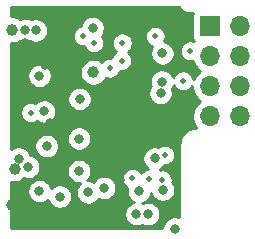
<source format=gbr>
%TF.GenerationSoftware,KiCad,Pcbnew,5.1.9*%
%TF.CreationDate,2021-01-18T13:43:30+01:00*%
%TF.ProjectId,wi-se-rpi,77692d73-652d-4727-9069-2e6b69636164,v0.1*%
%TF.SameCoordinates,Original*%
%TF.FileFunction,Copper,L3,Inr*%
%TF.FilePolarity,Positive*%
%FSLAX46Y46*%
G04 Gerber Fmt 4.6, Leading zero omitted, Abs format (unit mm)*
G04 Created by KiCad (PCBNEW 5.1.9) date 2021-01-18 13:43:30*
%MOMM*%
%LPD*%
G01*
G04 APERTURE LIST*
%TA.AperFunction,ComponentPad*%
%ADD10R,1.700000X1.700000*%
%TD*%
%TA.AperFunction,ComponentPad*%
%ADD11O,1.700000X1.700000*%
%TD*%
%TA.AperFunction,ViaPad*%
%ADD12C,0.800000*%
%TD*%
%TA.AperFunction,ViaPad*%
%ADD13C,1.000000*%
%TD*%
%TA.AperFunction,ViaPad*%
%ADD14C,0.500000*%
%TD*%
%TA.AperFunction,Conductor*%
%ADD15C,0.254000*%
%TD*%
%TA.AperFunction,Conductor*%
%ADD16C,0.100000*%
%TD*%
G04 APERTURE END LIST*
D10*
%TO.N,Net-(J1-Pad1)*%
%TO.C,J1*%
X90750000Y1750000D03*
D11*
%TO.N,VCC*%
X93290000Y1750000D03*
%TO.N,DTR*%
X90750000Y-790000D03*
%TO.N,GND*%
X93290000Y-790000D03*
%TO.N,RTS*%
X90750000Y-3330000D03*
%TO.N,RXD*%
X93290000Y-3330000D03*
%TO.N,GND*%
X90750000Y-5870000D03*
%TO.N,TXD*%
X93290000Y-5870000D03*
%TD*%
D12*
%TO.N,VCC*%
X86750002Y-550000D03*
D13*
%TO.N,GND*%
X80900000Y-2150000D03*
D12*
X79750000Y-4400000D03*
X76964668Y-8385332D03*
D13*
X74250000Y-10300000D03*
X74050000Y1450000D03*
D12*
X75150000Y1450000D03*
X76050000Y1400000D03*
X80856598Y1625742D03*
X86714711Y-2922596D03*
X85550000Y-14149999D03*
X74600000Y-9450000D03*
X76350000Y-12200000D03*
X78073775Y-12673775D03*
X80470000Y-12320000D03*
X84790000Y-12210000D03*
D13*
%TO.N,+3V3*%
X74025000Y-13400000D03*
D12*
X77200000Y-6450000D03*
X77150000Y-10100000D03*
D13*
X74400000Y-500000D03*
D12*
X76800000Y-1500000D03*
X74900000Y-1550000D03*
X75100000Y350000D03*
D14*
X83339712Y-11239712D03*
D12*
X84299989Y-8100000D03*
X74650000Y-12750000D03*
%TO.N,GND*%
X76340000Y-2440000D03*
%TO.N,BOOT0*%
X79700000Y-7750000D03*
X81833867Y-11922064D03*
D14*
%TO.N,RST*%
X75600000Y-5550000D03*
%TO.N,LED_WIFI*%
X86150002Y906318D03*
X80050002Y951787D03*
%TO.N,Net-(D1-Pad1)*%
X89105407Y-322189D03*
%TO.N,Net-(D2-Pad1)*%
X88500000Y-2850000D03*
%TO.N,LED_STATUS*%
X83374265Y343749D03*
X80950000Y350000D03*
D12*
%TO.N,Net-(D3-Pad1)*%
X87800000Y-15375000D03*
%TO.N,Net-(D4-Pad1)*%
X86800000Y-12084001D03*
D14*
%TO.N,LED_RX*%
X84224655Y-11132588D03*
X85650000Y-11184003D03*
D12*
%TO.N,RXD*%
X86100000Y-9434001D03*
%TO.N,Net-(R10-Pad1)*%
X75400000Y-10150000D03*
D14*
%TO.N,Net-(R11-Pad1)*%
X83300000Y-1150000D03*
X82311091Y-1788909D03*
X86742232Y-11235965D03*
%TO.N,Net-(R12-Pad1)*%
X86948447Y-9146861D03*
D12*
%TO.N,Net-(R13-Pad2)*%
X76750000Y-5450000D03*
X84550000Y-14150000D03*
X79700000Y-10500000D03*
%TO.N,FLASH_EN*%
X86600000Y-3915997D03*
%TD*%
D15*
%TO.N,+3V3*%
X88179347Y3356284D02*
X88182752Y3350654D01*
X88212987Y3299043D01*
X88218451Y3291622D01*
X88266612Y3227157D01*
X88306943Y3182932D01*
X88346613Y3138193D01*
X88353414Y3131975D01*
X88413180Y3078093D01*
X88461295Y3042572D01*
X88508933Y3006366D01*
X88516812Y3001587D01*
X88585906Y2960340D01*
X88640006Y2934842D01*
X88693756Y2908583D01*
X88702413Y2905426D01*
X88732081Y2894840D01*
X88746207Y2887290D01*
X88870617Y2849550D01*
X88967581Y2840000D01*
X89309230Y2840000D01*
X89274188Y2724482D01*
X89261928Y2600000D01*
X89261928Y900000D01*
X89274188Y775518D01*
X89310498Y655820D01*
X89369463Y545506D01*
X89393277Y516489D01*
X89363552Y528801D01*
X89192572Y562811D01*
X89018242Y562811D01*
X88847262Y528801D01*
X88686202Y462088D01*
X88541252Y365235D01*
X88417983Y241966D01*
X88321130Y97016D01*
X88254417Y-64044D01*
X88220407Y-235024D01*
X88220407Y-409354D01*
X88254417Y-580334D01*
X88321130Y-741394D01*
X88417983Y-886344D01*
X88541252Y-1009613D01*
X88686202Y-1106466D01*
X88847262Y-1173179D01*
X89018242Y-1207189D01*
X89192572Y-1207189D01*
X89314084Y-1183019D01*
X89322068Y-1223158D01*
X89434010Y-1493411D01*
X89596525Y-1736632D01*
X89803368Y-1943475D01*
X89977760Y-2060000D01*
X89803368Y-2176525D01*
X89596525Y-2383368D01*
X89434010Y-2626589D01*
X89382591Y-2750725D01*
X89350990Y-2591855D01*
X89284277Y-2430795D01*
X89187424Y-2285845D01*
X89064155Y-2162576D01*
X88919205Y-2065723D01*
X88758145Y-1999010D01*
X88587165Y-1965000D01*
X88412835Y-1965000D01*
X88241855Y-1999010D01*
X88080795Y-2065723D01*
X87935845Y-2162576D01*
X87812576Y-2285845D01*
X87715723Y-2430795D01*
X87673500Y-2532731D01*
X87631916Y-2432340D01*
X87518648Y-2262822D01*
X87374485Y-2118659D01*
X87204967Y-2005391D01*
X87016609Y-1927370D01*
X86816650Y-1887596D01*
X86612772Y-1887596D01*
X86412813Y-1927370D01*
X86224455Y-2005391D01*
X86054937Y-2118659D01*
X85910774Y-2262822D01*
X85797506Y-2432340D01*
X85719485Y-2620698D01*
X85679711Y-2820657D01*
X85679711Y-3024535D01*
X85719485Y-3224494D01*
X85756903Y-3314830D01*
X85682795Y-3425741D01*
X85604774Y-3614099D01*
X85565000Y-3814058D01*
X85565000Y-4017936D01*
X85604774Y-4217895D01*
X85682795Y-4406253D01*
X85796063Y-4575771D01*
X85940226Y-4719934D01*
X86109744Y-4833202D01*
X86298102Y-4911223D01*
X86498061Y-4950997D01*
X86701939Y-4950997D01*
X86901898Y-4911223D01*
X87090256Y-4833202D01*
X87259774Y-4719934D01*
X87403937Y-4575771D01*
X87517205Y-4406253D01*
X87595226Y-4217895D01*
X87635000Y-4017936D01*
X87635000Y-3814058D01*
X87595226Y-3614099D01*
X87557808Y-3523763D01*
X87631916Y-3412852D01*
X87703570Y-3239865D01*
X87715723Y-3269205D01*
X87812576Y-3414155D01*
X87935845Y-3537424D01*
X88080795Y-3634277D01*
X88241855Y-3700990D01*
X88412835Y-3735000D01*
X88587165Y-3735000D01*
X88758145Y-3700990D01*
X88919205Y-3634277D01*
X89064155Y-3537424D01*
X89187424Y-3414155D01*
X89265000Y-3298055D01*
X89265000Y-3476260D01*
X89322068Y-3763158D01*
X89434010Y-4033411D01*
X89596525Y-4276632D01*
X89803368Y-4483475D01*
X89977760Y-4600000D01*
X89803368Y-4716525D01*
X89596525Y-4923368D01*
X89434010Y-5166589D01*
X89322068Y-5436842D01*
X89265000Y-5723740D01*
X89265000Y-6016260D01*
X89322068Y-6303158D01*
X89434010Y-6573411D01*
X89596525Y-6816632D01*
X89619893Y-6840000D01*
X89567581Y-6840000D01*
X89539499Y-6842766D01*
X89534943Y-6842734D01*
X89525772Y-6843634D01*
X89380200Y-6858935D01*
X89321617Y-6870961D01*
X89262848Y-6882171D01*
X89254026Y-6884835D01*
X89114197Y-6928119D01*
X89059067Y-6951294D01*
X89003588Y-6973708D01*
X88995451Y-6978035D01*
X88866694Y-7047654D01*
X88817137Y-7081081D01*
X88767047Y-7113858D01*
X88759906Y-7119683D01*
X88647123Y-7212985D01*
X88605001Y-7255402D01*
X88562232Y-7297284D01*
X88556359Y-7304385D01*
X88463846Y-7417816D01*
X88430754Y-7467625D01*
X88396947Y-7516997D01*
X88392564Y-7525103D01*
X88323845Y-7654345D01*
X88301055Y-7709638D01*
X88277483Y-7764636D01*
X88274758Y-7773440D01*
X88232452Y-7913566D01*
X88220836Y-7972232D01*
X88208397Y-8030753D01*
X88207434Y-8039917D01*
X88193150Y-8185594D01*
X88193150Y-8185608D01*
X88190001Y-8217581D01*
X88190000Y-14416267D01*
X88101898Y-14379774D01*
X87901939Y-14340000D01*
X87698061Y-14340000D01*
X87498102Y-14379774D01*
X87309744Y-14457795D01*
X87140226Y-14571063D01*
X86996063Y-14715226D01*
X86882795Y-14884744D01*
X86804774Y-15073102D01*
X86765000Y-15273061D01*
X86765000Y-15340000D01*
X73960000Y-15340000D01*
X73960000Y-12098061D01*
X75315000Y-12098061D01*
X75315000Y-12301939D01*
X75354774Y-12501898D01*
X75432795Y-12690256D01*
X75546063Y-12859774D01*
X75690226Y-13003937D01*
X75859744Y-13117205D01*
X76048102Y-13195226D01*
X76248061Y-13235000D01*
X76451939Y-13235000D01*
X76651898Y-13195226D01*
X76840256Y-13117205D01*
X77009774Y-13003937D01*
X77071828Y-12941883D01*
X77078549Y-12975673D01*
X77156570Y-13164031D01*
X77269838Y-13333549D01*
X77414001Y-13477712D01*
X77583519Y-13590980D01*
X77771877Y-13669001D01*
X77971836Y-13708775D01*
X78175714Y-13708775D01*
X78375673Y-13669001D01*
X78564031Y-13590980D01*
X78733549Y-13477712D01*
X78877712Y-13333549D01*
X78990980Y-13164031D01*
X79069001Y-12975673D01*
X79108775Y-12775714D01*
X79108775Y-12571836D01*
X79069001Y-12371877D01*
X78990980Y-12183519D01*
X78877712Y-12014001D01*
X78733549Y-11869838D01*
X78564031Y-11756570D01*
X78375673Y-11678549D01*
X78175714Y-11638775D01*
X77971836Y-11638775D01*
X77771877Y-11678549D01*
X77583519Y-11756570D01*
X77414001Y-11869838D01*
X77351947Y-11931892D01*
X77345226Y-11898102D01*
X77267205Y-11709744D01*
X77153937Y-11540226D01*
X77009774Y-11396063D01*
X76840256Y-11282795D01*
X76651898Y-11204774D01*
X76451939Y-11165000D01*
X76248061Y-11165000D01*
X76048102Y-11204774D01*
X75859744Y-11282795D01*
X75690226Y-11396063D01*
X75546063Y-11540226D01*
X75432795Y-11709744D01*
X75354774Y-11898102D01*
X75315000Y-12098061D01*
X73960000Y-12098061D01*
X73960000Y-11399552D01*
X74138212Y-11435000D01*
X74361788Y-11435000D01*
X74581067Y-11391383D01*
X74787624Y-11305824D01*
X74973520Y-11181612D01*
X75035738Y-11119394D01*
X75098102Y-11145226D01*
X75298061Y-11185000D01*
X75501939Y-11185000D01*
X75701898Y-11145226D01*
X75890256Y-11067205D01*
X76059774Y-10953937D01*
X76203937Y-10809774D01*
X76317205Y-10640256D01*
X76395226Y-10451898D01*
X76405934Y-10398061D01*
X78665000Y-10398061D01*
X78665000Y-10601939D01*
X78704774Y-10801898D01*
X78782795Y-10990256D01*
X78896063Y-11159774D01*
X79040226Y-11303937D01*
X79209744Y-11417205D01*
X79398102Y-11495226D01*
X79598061Y-11535000D01*
X79791289Y-11535000D01*
X79666063Y-11660226D01*
X79552795Y-11829744D01*
X79474774Y-12018102D01*
X79435000Y-12218061D01*
X79435000Y-12421939D01*
X79474774Y-12621898D01*
X79552795Y-12810256D01*
X79666063Y-12979774D01*
X79810226Y-13123937D01*
X79979744Y-13237205D01*
X80168102Y-13315226D01*
X80368061Y-13355000D01*
X80571939Y-13355000D01*
X80771898Y-13315226D01*
X80960256Y-13237205D01*
X81129774Y-13123937D01*
X81273937Y-12979774D01*
X81362571Y-12847123D01*
X81531969Y-12917290D01*
X81731928Y-12957064D01*
X81935806Y-12957064D01*
X82135765Y-12917290D01*
X82324123Y-12839269D01*
X82493641Y-12726001D01*
X82637804Y-12581838D01*
X82751072Y-12412320D01*
X82829093Y-12223962D01*
X82868867Y-12024003D01*
X82868867Y-11820125D01*
X82829093Y-11620166D01*
X82751072Y-11431808D01*
X82637804Y-11262290D01*
X82493641Y-11118127D01*
X82384832Y-11045423D01*
X83339655Y-11045423D01*
X83339655Y-11219753D01*
X83373665Y-11390733D01*
X83440378Y-11551793D01*
X83537231Y-11696743D01*
X83660500Y-11820012D01*
X83794488Y-11909540D01*
X83755000Y-12108061D01*
X83755000Y-12311939D01*
X83794774Y-12511898D01*
X83872795Y-12700256D01*
X83986063Y-12869774D01*
X84130226Y-13013937D01*
X84299744Y-13127205D01*
X84327955Y-13138890D01*
X84248102Y-13154774D01*
X84059744Y-13232795D01*
X83890226Y-13346063D01*
X83746063Y-13490226D01*
X83632795Y-13659744D01*
X83554774Y-13848102D01*
X83515000Y-14048061D01*
X83515000Y-14251939D01*
X83554774Y-14451898D01*
X83632795Y-14640256D01*
X83746063Y-14809774D01*
X83890226Y-14953937D01*
X84059744Y-15067205D01*
X84248102Y-15145226D01*
X84448061Y-15185000D01*
X84651939Y-15185000D01*
X84851898Y-15145226D01*
X85040256Y-15067205D01*
X85050001Y-15060694D01*
X85059744Y-15067204D01*
X85248102Y-15145225D01*
X85448061Y-15184999D01*
X85651939Y-15184999D01*
X85851898Y-15145225D01*
X86040256Y-15067204D01*
X86209774Y-14953936D01*
X86353937Y-14809773D01*
X86467205Y-14640255D01*
X86545226Y-14451897D01*
X86585000Y-14251938D01*
X86585000Y-14048060D01*
X86545226Y-13848101D01*
X86467205Y-13659743D01*
X86353937Y-13490225D01*
X86209774Y-13346062D01*
X86040256Y-13232794D01*
X85851898Y-13154773D01*
X85651939Y-13114999D01*
X85448061Y-13114999D01*
X85248102Y-13154773D01*
X85059744Y-13232794D01*
X85049999Y-13239305D01*
X85040256Y-13232795D01*
X85012045Y-13221110D01*
X85091898Y-13205226D01*
X85280256Y-13127205D01*
X85449774Y-13013937D01*
X85593937Y-12869774D01*
X85707205Y-12700256D01*
X85785226Y-12511898D01*
X85808500Y-12394893D01*
X85882795Y-12574257D01*
X85996063Y-12743775D01*
X86140226Y-12887938D01*
X86309744Y-13001206D01*
X86498102Y-13079227D01*
X86698061Y-13119001D01*
X86901939Y-13119001D01*
X87101898Y-13079227D01*
X87290256Y-13001206D01*
X87459774Y-12887938D01*
X87603937Y-12743775D01*
X87717205Y-12574257D01*
X87795226Y-12385899D01*
X87835000Y-12185940D01*
X87835000Y-11982062D01*
X87795226Y-11782103D01*
X87717205Y-11593745D01*
X87606392Y-11427901D01*
X87627232Y-11323130D01*
X87627232Y-11148800D01*
X87593222Y-10977820D01*
X87526509Y-10816760D01*
X87429656Y-10671810D01*
X87306387Y-10548541D01*
X87161437Y-10451688D01*
X87000377Y-10384975D01*
X86829397Y-10350965D01*
X86655067Y-10350965D01*
X86531499Y-10375544D01*
X86590256Y-10351206D01*
X86759774Y-10237938D01*
X86903937Y-10093775D01*
X86945307Y-10031861D01*
X87035612Y-10031861D01*
X87206592Y-9997851D01*
X87367652Y-9931138D01*
X87512602Y-9834285D01*
X87635871Y-9711016D01*
X87732724Y-9566066D01*
X87799437Y-9405006D01*
X87833447Y-9234026D01*
X87833447Y-9059696D01*
X87799437Y-8888716D01*
X87732724Y-8727656D01*
X87635871Y-8582706D01*
X87512602Y-8459437D01*
X87367652Y-8362584D01*
X87206592Y-8295871D01*
X87035612Y-8261861D01*
X86861282Y-8261861D01*
X86690302Y-8295871D01*
X86529242Y-8362584D01*
X86410119Y-8442180D01*
X86401898Y-8438775D01*
X86201939Y-8399001D01*
X85998061Y-8399001D01*
X85798102Y-8438775D01*
X85609744Y-8516796D01*
X85440226Y-8630064D01*
X85296063Y-8774227D01*
X85182795Y-8943745D01*
X85104774Y-9132103D01*
X85065000Y-9332062D01*
X85065000Y-9535940D01*
X85104774Y-9735899D01*
X85182795Y-9924257D01*
X85296063Y-10093775D01*
X85440226Y-10237938D01*
X85538778Y-10303788D01*
X85391855Y-10333013D01*
X85230795Y-10399726D01*
X85085845Y-10496579D01*
X84962576Y-10619848D01*
X84954505Y-10631927D01*
X84912079Y-10568433D01*
X84788810Y-10445164D01*
X84643860Y-10348311D01*
X84482800Y-10281598D01*
X84311820Y-10247588D01*
X84137490Y-10247588D01*
X83966510Y-10281598D01*
X83805450Y-10348311D01*
X83660500Y-10445164D01*
X83537231Y-10568433D01*
X83440378Y-10713383D01*
X83373665Y-10874443D01*
X83339655Y-11045423D01*
X82384832Y-11045423D01*
X82324123Y-11004859D01*
X82135765Y-10926838D01*
X81935806Y-10887064D01*
X81731928Y-10887064D01*
X81531969Y-10926838D01*
X81343611Y-11004859D01*
X81174093Y-11118127D01*
X81029930Y-11262290D01*
X80941296Y-11394941D01*
X80771898Y-11324774D01*
X80571939Y-11285000D01*
X80378711Y-11285000D01*
X80503937Y-11159774D01*
X80617205Y-10990256D01*
X80695226Y-10801898D01*
X80735000Y-10601939D01*
X80735000Y-10398061D01*
X80695226Y-10198102D01*
X80617205Y-10009744D01*
X80503937Y-9840226D01*
X80359774Y-9696063D01*
X80190256Y-9582795D01*
X80001898Y-9504774D01*
X79801939Y-9465000D01*
X79598061Y-9465000D01*
X79398102Y-9504774D01*
X79209744Y-9582795D01*
X79040226Y-9696063D01*
X78896063Y-9840226D01*
X78782795Y-10009744D01*
X78704774Y-10198102D01*
X78665000Y-10398061D01*
X76405934Y-10398061D01*
X76435000Y-10251939D01*
X76435000Y-10048061D01*
X76395226Y-9848102D01*
X76317205Y-9659744D01*
X76203937Y-9490226D01*
X76059774Y-9346063D01*
X75890256Y-9232795D01*
X75701898Y-9154774D01*
X75588660Y-9132250D01*
X75517205Y-8959744D01*
X75403937Y-8790226D01*
X75259774Y-8646063D01*
X75090256Y-8532795D01*
X74901898Y-8454774D01*
X74701939Y-8415000D01*
X74498061Y-8415000D01*
X74298102Y-8454774D01*
X74109744Y-8532795D01*
X73960000Y-8632850D01*
X73960000Y-8283393D01*
X75929668Y-8283393D01*
X75929668Y-8487271D01*
X75969442Y-8687230D01*
X76047463Y-8875588D01*
X76160731Y-9045106D01*
X76304894Y-9189269D01*
X76474412Y-9302537D01*
X76662770Y-9380558D01*
X76862729Y-9420332D01*
X77066607Y-9420332D01*
X77266566Y-9380558D01*
X77454924Y-9302537D01*
X77624442Y-9189269D01*
X77768605Y-9045106D01*
X77881873Y-8875588D01*
X77959894Y-8687230D01*
X77999668Y-8487271D01*
X77999668Y-8283393D01*
X77959894Y-8083434D01*
X77881873Y-7895076D01*
X77768605Y-7725558D01*
X77691108Y-7648061D01*
X78665000Y-7648061D01*
X78665000Y-7851939D01*
X78704774Y-8051898D01*
X78782795Y-8240256D01*
X78896063Y-8409774D01*
X79040226Y-8553937D01*
X79209744Y-8667205D01*
X79398102Y-8745226D01*
X79598061Y-8785000D01*
X79801939Y-8785000D01*
X80001898Y-8745226D01*
X80190256Y-8667205D01*
X80359774Y-8553937D01*
X80503937Y-8409774D01*
X80617205Y-8240256D01*
X80695226Y-8051898D01*
X80735000Y-7851939D01*
X80735000Y-7648061D01*
X80695226Y-7448102D01*
X80617205Y-7259744D01*
X80503937Y-7090226D01*
X80359774Y-6946063D01*
X80190256Y-6832795D01*
X80001898Y-6754774D01*
X79801939Y-6715000D01*
X79598061Y-6715000D01*
X79398102Y-6754774D01*
X79209744Y-6832795D01*
X79040226Y-6946063D01*
X78896063Y-7090226D01*
X78782795Y-7259744D01*
X78704774Y-7448102D01*
X78665000Y-7648061D01*
X77691108Y-7648061D01*
X77624442Y-7581395D01*
X77454924Y-7468127D01*
X77266566Y-7390106D01*
X77066607Y-7350332D01*
X76862729Y-7350332D01*
X76662770Y-7390106D01*
X76474412Y-7468127D01*
X76304894Y-7581395D01*
X76160731Y-7725558D01*
X76047463Y-7895076D01*
X75969442Y-8083434D01*
X75929668Y-8283393D01*
X73960000Y-8283393D01*
X73960000Y-5462835D01*
X74715000Y-5462835D01*
X74715000Y-5637165D01*
X74749010Y-5808145D01*
X74815723Y-5969205D01*
X74912576Y-6114155D01*
X75035845Y-6237424D01*
X75180795Y-6334277D01*
X75341855Y-6400990D01*
X75512835Y-6435000D01*
X75687165Y-6435000D01*
X75858145Y-6400990D01*
X76019205Y-6334277D01*
X76114834Y-6270379D01*
X76259744Y-6367205D01*
X76448102Y-6445226D01*
X76648061Y-6485000D01*
X76851939Y-6485000D01*
X77051898Y-6445226D01*
X77240256Y-6367205D01*
X77409774Y-6253937D01*
X77553937Y-6109774D01*
X77667205Y-5940256D01*
X77745226Y-5751898D01*
X77785000Y-5551939D01*
X77785000Y-5348061D01*
X77745226Y-5148102D01*
X77667205Y-4959744D01*
X77553937Y-4790226D01*
X77409774Y-4646063D01*
X77240256Y-4532795D01*
X77051898Y-4454774D01*
X76851939Y-4415000D01*
X76648061Y-4415000D01*
X76448102Y-4454774D01*
X76259744Y-4532795D01*
X76090226Y-4646063D01*
X75984812Y-4751477D01*
X75858145Y-4699010D01*
X75687165Y-4665000D01*
X75512835Y-4665000D01*
X75341855Y-4699010D01*
X75180795Y-4765723D01*
X75035845Y-4862576D01*
X74912576Y-4985845D01*
X74815723Y-5130795D01*
X74749010Y-5291855D01*
X74715000Y-5462835D01*
X73960000Y-5462835D01*
X73960000Y-4298061D01*
X78715000Y-4298061D01*
X78715000Y-4501939D01*
X78754774Y-4701898D01*
X78832795Y-4890256D01*
X78946063Y-5059774D01*
X79090226Y-5203937D01*
X79259744Y-5317205D01*
X79448102Y-5395226D01*
X79648061Y-5435000D01*
X79851939Y-5435000D01*
X80051898Y-5395226D01*
X80240256Y-5317205D01*
X80409774Y-5203937D01*
X80553937Y-5059774D01*
X80667205Y-4890256D01*
X80745226Y-4701898D01*
X80785000Y-4501939D01*
X80785000Y-4298061D01*
X80745226Y-4098102D01*
X80667205Y-3909744D01*
X80553937Y-3740226D01*
X80409774Y-3596063D01*
X80240256Y-3482795D01*
X80051898Y-3404774D01*
X79851939Y-3365000D01*
X79648061Y-3365000D01*
X79448102Y-3404774D01*
X79259744Y-3482795D01*
X79090226Y-3596063D01*
X78946063Y-3740226D01*
X78832795Y-3909744D01*
X78754774Y-4098102D01*
X78715000Y-4298061D01*
X73960000Y-4298061D01*
X73960000Y-2338061D01*
X75305000Y-2338061D01*
X75305000Y-2541939D01*
X75344774Y-2741898D01*
X75422795Y-2930256D01*
X75536063Y-3099774D01*
X75680226Y-3243937D01*
X75849744Y-3357205D01*
X76038102Y-3435226D01*
X76238061Y-3475000D01*
X76441939Y-3475000D01*
X76641898Y-3435226D01*
X76830256Y-3357205D01*
X76999774Y-3243937D01*
X77143937Y-3099774D01*
X77257205Y-2930256D01*
X77335226Y-2741898D01*
X77375000Y-2541939D01*
X77375000Y-2338061D01*
X77335226Y-2138102D01*
X77293850Y-2038212D01*
X79765000Y-2038212D01*
X79765000Y-2261788D01*
X79808617Y-2481067D01*
X79894176Y-2687624D01*
X80018388Y-2873520D01*
X80176480Y-3031612D01*
X80362376Y-3155824D01*
X80568933Y-3241383D01*
X80788212Y-3285000D01*
X81011788Y-3285000D01*
X81231067Y-3241383D01*
X81437624Y-3155824D01*
X81623520Y-3031612D01*
X81781612Y-2873520D01*
X81905824Y-2687624D01*
X81944243Y-2594873D01*
X82052946Y-2639899D01*
X82223926Y-2673909D01*
X82398256Y-2673909D01*
X82569236Y-2639899D01*
X82730296Y-2573186D01*
X82875246Y-2476333D01*
X82998515Y-2353064D01*
X83095368Y-2208114D01*
X83162081Y-2047054D01*
X83166319Y-2025747D01*
X83212835Y-2035000D01*
X83387165Y-2035000D01*
X83558145Y-2000990D01*
X83719205Y-1934277D01*
X83864155Y-1837424D01*
X83987424Y-1714155D01*
X84084277Y-1569205D01*
X84150990Y-1408145D01*
X84185000Y-1237165D01*
X84185000Y-1062835D01*
X84150990Y-891855D01*
X84084277Y-730795D01*
X83987424Y-585845D01*
X83864155Y-462576D01*
X83812314Y-427937D01*
X83938420Y-343675D01*
X84061689Y-220406D01*
X84158542Y-75456D01*
X84225255Y85604D01*
X84259265Y256584D01*
X84259265Y430914D01*
X84225255Y601894D01*
X84158542Y762954D01*
X84061689Y907904D01*
X83976110Y993483D01*
X85265002Y993483D01*
X85265002Y819153D01*
X85299012Y648173D01*
X85365725Y487113D01*
X85462578Y342163D01*
X85585847Y218894D01*
X85730797Y122041D01*
X85891857Y55328D01*
X85907594Y52198D01*
X85832797Y-59744D01*
X85754776Y-248102D01*
X85715002Y-448061D01*
X85715002Y-651939D01*
X85754776Y-851898D01*
X85832797Y-1040256D01*
X85946065Y-1209774D01*
X86090228Y-1353937D01*
X86259746Y-1467205D01*
X86448104Y-1545226D01*
X86648063Y-1585000D01*
X86851941Y-1585000D01*
X87051900Y-1545226D01*
X87240258Y-1467205D01*
X87409776Y-1353937D01*
X87553939Y-1209774D01*
X87667207Y-1040256D01*
X87745228Y-851898D01*
X87785002Y-651939D01*
X87785002Y-448061D01*
X87745228Y-248102D01*
X87667207Y-59744D01*
X87553939Y109774D01*
X87409776Y253937D01*
X87240258Y367205D01*
X87051900Y445226D01*
X86923373Y470791D01*
X86934279Y487113D01*
X87000992Y648173D01*
X87035002Y819153D01*
X87035002Y993483D01*
X87000992Y1164463D01*
X86934279Y1325523D01*
X86837426Y1470473D01*
X86714157Y1593742D01*
X86569207Y1690595D01*
X86408147Y1757308D01*
X86237167Y1791318D01*
X86062837Y1791318D01*
X85891857Y1757308D01*
X85730797Y1690595D01*
X85585847Y1593742D01*
X85462578Y1470473D01*
X85365725Y1325523D01*
X85299012Y1164463D01*
X85265002Y993483D01*
X83976110Y993483D01*
X83938420Y1031173D01*
X83793470Y1128026D01*
X83632410Y1194739D01*
X83461430Y1228749D01*
X83287100Y1228749D01*
X83116120Y1194739D01*
X82955060Y1128026D01*
X82810110Y1031173D01*
X82686841Y907904D01*
X82589988Y762954D01*
X82523275Y601894D01*
X82489265Y430914D01*
X82489265Y256584D01*
X82523275Y85604D01*
X82589988Y-75456D01*
X82686841Y-220406D01*
X82810110Y-343675D01*
X82861951Y-378314D01*
X82735845Y-462576D01*
X82612576Y-585845D01*
X82515723Y-730795D01*
X82449010Y-891855D01*
X82444772Y-913162D01*
X82398256Y-903909D01*
X82223926Y-903909D01*
X82052946Y-937919D01*
X81891886Y-1004632D01*
X81746936Y-1101485D01*
X81623667Y-1224754D01*
X81603465Y-1254988D01*
X81437624Y-1144176D01*
X81231067Y-1058617D01*
X81011788Y-1015000D01*
X80788212Y-1015000D01*
X80568933Y-1058617D01*
X80362376Y-1144176D01*
X80176480Y-1268388D01*
X80018388Y-1426480D01*
X79894176Y-1612376D01*
X79808617Y-1818933D01*
X79765000Y-2038212D01*
X77293850Y-2038212D01*
X77257205Y-1949744D01*
X77143937Y-1780226D01*
X76999774Y-1636063D01*
X76830256Y-1522795D01*
X76641898Y-1444774D01*
X76441939Y-1405000D01*
X76238061Y-1405000D01*
X76038102Y-1444774D01*
X75849744Y-1522795D01*
X75680226Y-1636063D01*
X75536063Y-1780226D01*
X75422795Y-1949744D01*
X75344774Y-2138102D01*
X75305000Y-2338061D01*
X73960000Y-2338061D01*
X73960000Y315000D01*
X74161788Y315000D01*
X74381067Y358617D01*
X74587624Y444176D01*
X74697096Y517323D01*
X74848102Y454774D01*
X75048061Y415000D01*
X75251939Y415000D01*
X75451898Y454774D01*
X75544361Y493074D01*
X75559744Y482795D01*
X75748102Y404774D01*
X75948061Y365000D01*
X76151939Y365000D01*
X76351898Y404774D01*
X76540256Y482795D01*
X76709774Y596063D01*
X76853937Y740226D01*
X76967205Y909744D01*
X77020725Y1038952D01*
X79165002Y1038952D01*
X79165002Y864622D01*
X79199012Y693642D01*
X79265725Y532582D01*
X79362578Y387632D01*
X79485847Y264363D01*
X79630797Y167510D01*
X79791857Y100797D01*
X79962837Y66787D01*
X80109393Y66787D01*
X80165723Y-69205D01*
X80262576Y-214155D01*
X80385845Y-337424D01*
X80530795Y-434277D01*
X80691855Y-500990D01*
X80862835Y-535000D01*
X81037165Y-535000D01*
X81208145Y-500990D01*
X81369205Y-434277D01*
X81514155Y-337424D01*
X81637424Y-214155D01*
X81734277Y-69205D01*
X81800990Y91855D01*
X81835000Y262835D01*
X81835000Y437165D01*
X81800990Y608145D01*
X81734277Y769205D01*
X81637424Y914155D01*
X81623073Y928506D01*
X81660535Y965968D01*
X81773803Y1135486D01*
X81851824Y1323844D01*
X81891598Y1523803D01*
X81891598Y1727681D01*
X81851824Y1927640D01*
X81773803Y2115998D01*
X81660535Y2285516D01*
X81516372Y2429679D01*
X81346854Y2542947D01*
X81158496Y2620968D01*
X80958537Y2660742D01*
X80754659Y2660742D01*
X80554700Y2620968D01*
X80366342Y2542947D01*
X80196824Y2429679D01*
X80052661Y2285516D01*
X79939393Y2115998D01*
X79861372Y1927640D01*
X79838376Y1812030D01*
X79791857Y1802777D01*
X79630797Y1736064D01*
X79485847Y1639211D01*
X79362578Y1515942D01*
X79265725Y1370992D01*
X79199012Y1209932D01*
X79165002Y1038952D01*
X77020725Y1038952D01*
X77045226Y1098102D01*
X77085000Y1298061D01*
X77085000Y1501939D01*
X77045226Y1701898D01*
X76967205Y1890256D01*
X76853937Y2059774D01*
X76709774Y2203937D01*
X76540256Y2317205D01*
X76351898Y2395226D01*
X76151939Y2435000D01*
X75948061Y2435000D01*
X75748102Y2395226D01*
X75655639Y2356926D01*
X75640256Y2367205D01*
X75451898Y2445226D01*
X75251939Y2485000D01*
X75048061Y2485000D01*
X74848102Y2445226D01*
X74697096Y2382677D01*
X74587624Y2455824D01*
X74381067Y2541383D01*
X74161788Y2585000D01*
X73960000Y2585000D01*
X73960000Y3359959D01*
X88179347Y3356284D01*
%TA.AperFunction,Conductor*%
D16*
G36*
X88179347Y3356284D02*
G01*
X88182752Y3350654D01*
X88212987Y3299043D01*
X88218451Y3291622D01*
X88266612Y3227157D01*
X88306943Y3182932D01*
X88346613Y3138193D01*
X88353414Y3131975D01*
X88413180Y3078093D01*
X88461295Y3042572D01*
X88508933Y3006366D01*
X88516812Y3001587D01*
X88585906Y2960340D01*
X88640006Y2934842D01*
X88693756Y2908583D01*
X88702413Y2905426D01*
X88732081Y2894840D01*
X88746207Y2887290D01*
X88870617Y2849550D01*
X88967581Y2840000D01*
X89309230Y2840000D01*
X89274188Y2724482D01*
X89261928Y2600000D01*
X89261928Y900000D01*
X89274188Y775518D01*
X89310498Y655820D01*
X89369463Y545506D01*
X89393277Y516489D01*
X89363552Y528801D01*
X89192572Y562811D01*
X89018242Y562811D01*
X88847262Y528801D01*
X88686202Y462088D01*
X88541252Y365235D01*
X88417983Y241966D01*
X88321130Y97016D01*
X88254417Y-64044D01*
X88220407Y-235024D01*
X88220407Y-409354D01*
X88254417Y-580334D01*
X88321130Y-741394D01*
X88417983Y-886344D01*
X88541252Y-1009613D01*
X88686202Y-1106466D01*
X88847262Y-1173179D01*
X89018242Y-1207189D01*
X89192572Y-1207189D01*
X89314084Y-1183019D01*
X89322068Y-1223158D01*
X89434010Y-1493411D01*
X89596525Y-1736632D01*
X89803368Y-1943475D01*
X89977760Y-2060000D01*
X89803368Y-2176525D01*
X89596525Y-2383368D01*
X89434010Y-2626589D01*
X89382591Y-2750725D01*
X89350990Y-2591855D01*
X89284277Y-2430795D01*
X89187424Y-2285845D01*
X89064155Y-2162576D01*
X88919205Y-2065723D01*
X88758145Y-1999010D01*
X88587165Y-1965000D01*
X88412835Y-1965000D01*
X88241855Y-1999010D01*
X88080795Y-2065723D01*
X87935845Y-2162576D01*
X87812576Y-2285845D01*
X87715723Y-2430795D01*
X87673500Y-2532731D01*
X87631916Y-2432340D01*
X87518648Y-2262822D01*
X87374485Y-2118659D01*
X87204967Y-2005391D01*
X87016609Y-1927370D01*
X86816650Y-1887596D01*
X86612772Y-1887596D01*
X86412813Y-1927370D01*
X86224455Y-2005391D01*
X86054937Y-2118659D01*
X85910774Y-2262822D01*
X85797506Y-2432340D01*
X85719485Y-2620698D01*
X85679711Y-2820657D01*
X85679711Y-3024535D01*
X85719485Y-3224494D01*
X85756903Y-3314830D01*
X85682795Y-3425741D01*
X85604774Y-3614099D01*
X85565000Y-3814058D01*
X85565000Y-4017936D01*
X85604774Y-4217895D01*
X85682795Y-4406253D01*
X85796063Y-4575771D01*
X85940226Y-4719934D01*
X86109744Y-4833202D01*
X86298102Y-4911223D01*
X86498061Y-4950997D01*
X86701939Y-4950997D01*
X86901898Y-4911223D01*
X87090256Y-4833202D01*
X87259774Y-4719934D01*
X87403937Y-4575771D01*
X87517205Y-4406253D01*
X87595226Y-4217895D01*
X87635000Y-4017936D01*
X87635000Y-3814058D01*
X87595226Y-3614099D01*
X87557808Y-3523763D01*
X87631916Y-3412852D01*
X87703570Y-3239865D01*
X87715723Y-3269205D01*
X87812576Y-3414155D01*
X87935845Y-3537424D01*
X88080795Y-3634277D01*
X88241855Y-3700990D01*
X88412835Y-3735000D01*
X88587165Y-3735000D01*
X88758145Y-3700990D01*
X88919205Y-3634277D01*
X89064155Y-3537424D01*
X89187424Y-3414155D01*
X89265000Y-3298055D01*
X89265000Y-3476260D01*
X89322068Y-3763158D01*
X89434010Y-4033411D01*
X89596525Y-4276632D01*
X89803368Y-4483475D01*
X89977760Y-4600000D01*
X89803368Y-4716525D01*
X89596525Y-4923368D01*
X89434010Y-5166589D01*
X89322068Y-5436842D01*
X89265000Y-5723740D01*
X89265000Y-6016260D01*
X89322068Y-6303158D01*
X89434010Y-6573411D01*
X89596525Y-6816632D01*
X89619893Y-6840000D01*
X89567581Y-6840000D01*
X89539499Y-6842766D01*
X89534943Y-6842734D01*
X89525772Y-6843634D01*
X89380200Y-6858935D01*
X89321617Y-6870961D01*
X89262848Y-6882171D01*
X89254026Y-6884835D01*
X89114197Y-6928119D01*
X89059067Y-6951294D01*
X89003588Y-6973708D01*
X88995451Y-6978035D01*
X88866694Y-7047654D01*
X88817137Y-7081081D01*
X88767047Y-7113858D01*
X88759906Y-7119683D01*
X88647123Y-7212985D01*
X88605001Y-7255402D01*
X88562232Y-7297284D01*
X88556359Y-7304385D01*
X88463846Y-7417816D01*
X88430754Y-7467625D01*
X88396947Y-7516997D01*
X88392564Y-7525103D01*
X88323845Y-7654345D01*
X88301055Y-7709638D01*
X88277483Y-7764636D01*
X88274758Y-7773440D01*
X88232452Y-7913566D01*
X88220836Y-7972232D01*
X88208397Y-8030753D01*
X88207434Y-8039917D01*
X88193150Y-8185594D01*
X88193150Y-8185608D01*
X88190001Y-8217581D01*
X88190000Y-14416267D01*
X88101898Y-14379774D01*
X87901939Y-14340000D01*
X87698061Y-14340000D01*
X87498102Y-14379774D01*
X87309744Y-14457795D01*
X87140226Y-14571063D01*
X86996063Y-14715226D01*
X86882795Y-14884744D01*
X86804774Y-15073102D01*
X86765000Y-15273061D01*
X86765000Y-15340000D01*
X73960000Y-15340000D01*
X73960000Y-12098061D01*
X75315000Y-12098061D01*
X75315000Y-12301939D01*
X75354774Y-12501898D01*
X75432795Y-12690256D01*
X75546063Y-12859774D01*
X75690226Y-13003937D01*
X75859744Y-13117205D01*
X76048102Y-13195226D01*
X76248061Y-13235000D01*
X76451939Y-13235000D01*
X76651898Y-13195226D01*
X76840256Y-13117205D01*
X77009774Y-13003937D01*
X77071828Y-12941883D01*
X77078549Y-12975673D01*
X77156570Y-13164031D01*
X77269838Y-13333549D01*
X77414001Y-13477712D01*
X77583519Y-13590980D01*
X77771877Y-13669001D01*
X77971836Y-13708775D01*
X78175714Y-13708775D01*
X78375673Y-13669001D01*
X78564031Y-13590980D01*
X78733549Y-13477712D01*
X78877712Y-13333549D01*
X78990980Y-13164031D01*
X79069001Y-12975673D01*
X79108775Y-12775714D01*
X79108775Y-12571836D01*
X79069001Y-12371877D01*
X78990980Y-12183519D01*
X78877712Y-12014001D01*
X78733549Y-11869838D01*
X78564031Y-11756570D01*
X78375673Y-11678549D01*
X78175714Y-11638775D01*
X77971836Y-11638775D01*
X77771877Y-11678549D01*
X77583519Y-11756570D01*
X77414001Y-11869838D01*
X77351947Y-11931892D01*
X77345226Y-11898102D01*
X77267205Y-11709744D01*
X77153937Y-11540226D01*
X77009774Y-11396063D01*
X76840256Y-11282795D01*
X76651898Y-11204774D01*
X76451939Y-11165000D01*
X76248061Y-11165000D01*
X76048102Y-11204774D01*
X75859744Y-11282795D01*
X75690226Y-11396063D01*
X75546063Y-11540226D01*
X75432795Y-11709744D01*
X75354774Y-11898102D01*
X75315000Y-12098061D01*
X73960000Y-12098061D01*
X73960000Y-11399552D01*
X74138212Y-11435000D01*
X74361788Y-11435000D01*
X74581067Y-11391383D01*
X74787624Y-11305824D01*
X74973520Y-11181612D01*
X75035738Y-11119394D01*
X75098102Y-11145226D01*
X75298061Y-11185000D01*
X75501939Y-11185000D01*
X75701898Y-11145226D01*
X75890256Y-11067205D01*
X76059774Y-10953937D01*
X76203937Y-10809774D01*
X76317205Y-10640256D01*
X76395226Y-10451898D01*
X76405934Y-10398061D01*
X78665000Y-10398061D01*
X78665000Y-10601939D01*
X78704774Y-10801898D01*
X78782795Y-10990256D01*
X78896063Y-11159774D01*
X79040226Y-11303937D01*
X79209744Y-11417205D01*
X79398102Y-11495226D01*
X79598061Y-11535000D01*
X79791289Y-11535000D01*
X79666063Y-11660226D01*
X79552795Y-11829744D01*
X79474774Y-12018102D01*
X79435000Y-12218061D01*
X79435000Y-12421939D01*
X79474774Y-12621898D01*
X79552795Y-12810256D01*
X79666063Y-12979774D01*
X79810226Y-13123937D01*
X79979744Y-13237205D01*
X80168102Y-13315226D01*
X80368061Y-13355000D01*
X80571939Y-13355000D01*
X80771898Y-13315226D01*
X80960256Y-13237205D01*
X81129774Y-13123937D01*
X81273937Y-12979774D01*
X81362571Y-12847123D01*
X81531969Y-12917290D01*
X81731928Y-12957064D01*
X81935806Y-12957064D01*
X82135765Y-12917290D01*
X82324123Y-12839269D01*
X82493641Y-12726001D01*
X82637804Y-12581838D01*
X82751072Y-12412320D01*
X82829093Y-12223962D01*
X82868867Y-12024003D01*
X82868867Y-11820125D01*
X82829093Y-11620166D01*
X82751072Y-11431808D01*
X82637804Y-11262290D01*
X82493641Y-11118127D01*
X82384832Y-11045423D01*
X83339655Y-11045423D01*
X83339655Y-11219753D01*
X83373665Y-11390733D01*
X83440378Y-11551793D01*
X83537231Y-11696743D01*
X83660500Y-11820012D01*
X83794488Y-11909540D01*
X83755000Y-12108061D01*
X83755000Y-12311939D01*
X83794774Y-12511898D01*
X83872795Y-12700256D01*
X83986063Y-12869774D01*
X84130226Y-13013937D01*
X84299744Y-13127205D01*
X84327955Y-13138890D01*
X84248102Y-13154774D01*
X84059744Y-13232795D01*
X83890226Y-13346063D01*
X83746063Y-13490226D01*
X83632795Y-13659744D01*
X83554774Y-13848102D01*
X83515000Y-14048061D01*
X83515000Y-14251939D01*
X83554774Y-14451898D01*
X83632795Y-14640256D01*
X83746063Y-14809774D01*
X83890226Y-14953937D01*
X84059744Y-15067205D01*
X84248102Y-15145226D01*
X84448061Y-15185000D01*
X84651939Y-15185000D01*
X84851898Y-15145226D01*
X85040256Y-15067205D01*
X85050001Y-15060694D01*
X85059744Y-15067204D01*
X85248102Y-15145225D01*
X85448061Y-15184999D01*
X85651939Y-15184999D01*
X85851898Y-15145225D01*
X86040256Y-15067204D01*
X86209774Y-14953936D01*
X86353937Y-14809773D01*
X86467205Y-14640255D01*
X86545226Y-14451897D01*
X86585000Y-14251938D01*
X86585000Y-14048060D01*
X86545226Y-13848101D01*
X86467205Y-13659743D01*
X86353937Y-13490225D01*
X86209774Y-13346062D01*
X86040256Y-13232794D01*
X85851898Y-13154773D01*
X85651939Y-13114999D01*
X85448061Y-13114999D01*
X85248102Y-13154773D01*
X85059744Y-13232794D01*
X85049999Y-13239305D01*
X85040256Y-13232795D01*
X85012045Y-13221110D01*
X85091898Y-13205226D01*
X85280256Y-13127205D01*
X85449774Y-13013937D01*
X85593937Y-12869774D01*
X85707205Y-12700256D01*
X85785226Y-12511898D01*
X85808500Y-12394893D01*
X85882795Y-12574257D01*
X85996063Y-12743775D01*
X86140226Y-12887938D01*
X86309744Y-13001206D01*
X86498102Y-13079227D01*
X86698061Y-13119001D01*
X86901939Y-13119001D01*
X87101898Y-13079227D01*
X87290256Y-13001206D01*
X87459774Y-12887938D01*
X87603937Y-12743775D01*
X87717205Y-12574257D01*
X87795226Y-12385899D01*
X87835000Y-12185940D01*
X87835000Y-11982062D01*
X87795226Y-11782103D01*
X87717205Y-11593745D01*
X87606392Y-11427901D01*
X87627232Y-11323130D01*
X87627232Y-11148800D01*
X87593222Y-10977820D01*
X87526509Y-10816760D01*
X87429656Y-10671810D01*
X87306387Y-10548541D01*
X87161437Y-10451688D01*
X87000377Y-10384975D01*
X86829397Y-10350965D01*
X86655067Y-10350965D01*
X86531499Y-10375544D01*
X86590256Y-10351206D01*
X86759774Y-10237938D01*
X86903937Y-10093775D01*
X86945307Y-10031861D01*
X87035612Y-10031861D01*
X87206592Y-9997851D01*
X87367652Y-9931138D01*
X87512602Y-9834285D01*
X87635871Y-9711016D01*
X87732724Y-9566066D01*
X87799437Y-9405006D01*
X87833447Y-9234026D01*
X87833447Y-9059696D01*
X87799437Y-8888716D01*
X87732724Y-8727656D01*
X87635871Y-8582706D01*
X87512602Y-8459437D01*
X87367652Y-8362584D01*
X87206592Y-8295871D01*
X87035612Y-8261861D01*
X86861282Y-8261861D01*
X86690302Y-8295871D01*
X86529242Y-8362584D01*
X86410119Y-8442180D01*
X86401898Y-8438775D01*
X86201939Y-8399001D01*
X85998061Y-8399001D01*
X85798102Y-8438775D01*
X85609744Y-8516796D01*
X85440226Y-8630064D01*
X85296063Y-8774227D01*
X85182795Y-8943745D01*
X85104774Y-9132103D01*
X85065000Y-9332062D01*
X85065000Y-9535940D01*
X85104774Y-9735899D01*
X85182795Y-9924257D01*
X85296063Y-10093775D01*
X85440226Y-10237938D01*
X85538778Y-10303788D01*
X85391855Y-10333013D01*
X85230795Y-10399726D01*
X85085845Y-10496579D01*
X84962576Y-10619848D01*
X84954505Y-10631927D01*
X84912079Y-10568433D01*
X84788810Y-10445164D01*
X84643860Y-10348311D01*
X84482800Y-10281598D01*
X84311820Y-10247588D01*
X84137490Y-10247588D01*
X83966510Y-10281598D01*
X83805450Y-10348311D01*
X83660500Y-10445164D01*
X83537231Y-10568433D01*
X83440378Y-10713383D01*
X83373665Y-10874443D01*
X83339655Y-11045423D01*
X82384832Y-11045423D01*
X82324123Y-11004859D01*
X82135765Y-10926838D01*
X81935806Y-10887064D01*
X81731928Y-10887064D01*
X81531969Y-10926838D01*
X81343611Y-11004859D01*
X81174093Y-11118127D01*
X81029930Y-11262290D01*
X80941296Y-11394941D01*
X80771898Y-11324774D01*
X80571939Y-11285000D01*
X80378711Y-11285000D01*
X80503937Y-11159774D01*
X80617205Y-10990256D01*
X80695226Y-10801898D01*
X80735000Y-10601939D01*
X80735000Y-10398061D01*
X80695226Y-10198102D01*
X80617205Y-10009744D01*
X80503937Y-9840226D01*
X80359774Y-9696063D01*
X80190256Y-9582795D01*
X80001898Y-9504774D01*
X79801939Y-9465000D01*
X79598061Y-9465000D01*
X79398102Y-9504774D01*
X79209744Y-9582795D01*
X79040226Y-9696063D01*
X78896063Y-9840226D01*
X78782795Y-10009744D01*
X78704774Y-10198102D01*
X78665000Y-10398061D01*
X76405934Y-10398061D01*
X76435000Y-10251939D01*
X76435000Y-10048061D01*
X76395226Y-9848102D01*
X76317205Y-9659744D01*
X76203937Y-9490226D01*
X76059774Y-9346063D01*
X75890256Y-9232795D01*
X75701898Y-9154774D01*
X75588660Y-9132250D01*
X75517205Y-8959744D01*
X75403937Y-8790226D01*
X75259774Y-8646063D01*
X75090256Y-8532795D01*
X74901898Y-8454774D01*
X74701939Y-8415000D01*
X74498061Y-8415000D01*
X74298102Y-8454774D01*
X74109744Y-8532795D01*
X73960000Y-8632850D01*
X73960000Y-8283393D01*
X75929668Y-8283393D01*
X75929668Y-8487271D01*
X75969442Y-8687230D01*
X76047463Y-8875588D01*
X76160731Y-9045106D01*
X76304894Y-9189269D01*
X76474412Y-9302537D01*
X76662770Y-9380558D01*
X76862729Y-9420332D01*
X77066607Y-9420332D01*
X77266566Y-9380558D01*
X77454924Y-9302537D01*
X77624442Y-9189269D01*
X77768605Y-9045106D01*
X77881873Y-8875588D01*
X77959894Y-8687230D01*
X77999668Y-8487271D01*
X77999668Y-8283393D01*
X77959894Y-8083434D01*
X77881873Y-7895076D01*
X77768605Y-7725558D01*
X77691108Y-7648061D01*
X78665000Y-7648061D01*
X78665000Y-7851939D01*
X78704774Y-8051898D01*
X78782795Y-8240256D01*
X78896063Y-8409774D01*
X79040226Y-8553937D01*
X79209744Y-8667205D01*
X79398102Y-8745226D01*
X79598061Y-8785000D01*
X79801939Y-8785000D01*
X80001898Y-8745226D01*
X80190256Y-8667205D01*
X80359774Y-8553937D01*
X80503937Y-8409774D01*
X80617205Y-8240256D01*
X80695226Y-8051898D01*
X80735000Y-7851939D01*
X80735000Y-7648061D01*
X80695226Y-7448102D01*
X80617205Y-7259744D01*
X80503937Y-7090226D01*
X80359774Y-6946063D01*
X80190256Y-6832795D01*
X80001898Y-6754774D01*
X79801939Y-6715000D01*
X79598061Y-6715000D01*
X79398102Y-6754774D01*
X79209744Y-6832795D01*
X79040226Y-6946063D01*
X78896063Y-7090226D01*
X78782795Y-7259744D01*
X78704774Y-7448102D01*
X78665000Y-7648061D01*
X77691108Y-7648061D01*
X77624442Y-7581395D01*
X77454924Y-7468127D01*
X77266566Y-7390106D01*
X77066607Y-7350332D01*
X76862729Y-7350332D01*
X76662770Y-7390106D01*
X76474412Y-7468127D01*
X76304894Y-7581395D01*
X76160731Y-7725558D01*
X76047463Y-7895076D01*
X75969442Y-8083434D01*
X75929668Y-8283393D01*
X73960000Y-8283393D01*
X73960000Y-5462835D01*
X74715000Y-5462835D01*
X74715000Y-5637165D01*
X74749010Y-5808145D01*
X74815723Y-5969205D01*
X74912576Y-6114155D01*
X75035845Y-6237424D01*
X75180795Y-6334277D01*
X75341855Y-6400990D01*
X75512835Y-6435000D01*
X75687165Y-6435000D01*
X75858145Y-6400990D01*
X76019205Y-6334277D01*
X76114834Y-6270379D01*
X76259744Y-6367205D01*
X76448102Y-6445226D01*
X76648061Y-6485000D01*
X76851939Y-6485000D01*
X77051898Y-6445226D01*
X77240256Y-6367205D01*
X77409774Y-6253937D01*
X77553937Y-6109774D01*
X77667205Y-5940256D01*
X77745226Y-5751898D01*
X77785000Y-5551939D01*
X77785000Y-5348061D01*
X77745226Y-5148102D01*
X77667205Y-4959744D01*
X77553937Y-4790226D01*
X77409774Y-4646063D01*
X77240256Y-4532795D01*
X77051898Y-4454774D01*
X76851939Y-4415000D01*
X76648061Y-4415000D01*
X76448102Y-4454774D01*
X76259744Y-4532795D01*
X76090226Y-4646063D01*
X75984812Y-4751477D01*
X75858145Y-4699010D01*
X75687165Y-4665000D01*
X75512835Y-4665000D01*
X75341855Y-4699010D01*
X75180795Y-4765723D01*
X75035845Y-4862576D01*
X74912576Y-4985845D01*
X74815723Y-5130795D01*
X74749010Y-5291855D01*
X74715000Y-5462835D01*
X73960000Y-5462835D01*
X73960000Y-4298061D01*
X78715000Y-4298061D01*
X78715000Y-4501939D01*
X78754774Y-4701898D01*
X78832795Y-4890256D01*
X78946063Y-5059774D01*
X79090226Y-5203937D01*
X79259744Y-5317205D01*
X79448102Y-5395226D01*
X79648061Y-5435000D01*
X79851939Y-5435000D01*
X80051898Y-5395226D01*
X80240256Y-5317205D01*
X80409774Y-5203937D01*
X80553937Y-5059774D01*
X80667205Y-4890256D01*
X80745226Y-4701898D01*
X80785000Y-4501939D01*
X80785000Y-4298061D01*
X80745226Y-4098102D01*
X80667205Y-3909744D01*
X80553937Y-3740226D01*
X80409774Y-3596063D01*
X80240256Y-3482795D01*
X80051898Y-3404774D01*
X79851939Y-3365000D01*
X79648061Y-3365000D01*
X79448102Y-3404774D01*
X79259744Y-3482795D01*
X79090226Y-3596063D01*
X78946063Y-3740226D01*
X78832795Y-3909744D01*
X78754774Y-4098102D01*
X78715000Y-4298061D01*
X73960000Y-4298061D01*
X73960000Y-2338061D01*
X75305000Y-2338061D01*
X75305000Y-2541939D01*
X75344774Y-2741898D01*
X75422795Y-2930256D01*
X75536063Y-3099774D01*
X75680226Y-3243937D01*
X75849744Y-3357205D01*
X76038102Y-3435226D01*
X76238061Y-3475000D01*
X76441939Y-3475000D01*
X76641898Y-3435226D01*
X76830256Y-3357205D01*
X76999774Y-3243937D01*
X77143937Y-3099774D01*
X77257205Y-2930256D01*
X77335226Y-2741898D01*
X77375000Y-2541939D01*
X77375000Y-2338061D01*
X77335226Y-2138102D01*
X77293850Y-2038212D01*
X79765000Y-2038212D01*
X79765000Y-2261788D01*
X79808617Y-2481067D01*
X79894176Y-2687624D01*
X80018388Y-2873520D01*
X80176480Y-3031612D01*
X80362376Y-3155824D01*
X80568933Y-3241383D01*
X80788212Y-3285000D01*
X81011788Y-3285000D01*
X81231067Y-3241383D01*
X81437624Y-3155824D01*
X81623520Y-3031612D01*
X81781612Y-2873520D01*
X81905824Y-2687624D01*
X81944243Y-2594873D01*
X82052946Y-2639899D01*
X82223926Y-2673909D01*
X82398256Y-2673909D01*
X82569236Y-2639899D01*
X82730296Y-2573186D01*
X82875246Y-2476333D01*
X82998515Y-2353064D01*
X83095368Y-2208114D01*
X83162081Y-2047054D01*
X83166319Y-2025747D01*
X83212835Y-2035000D01*
X83387165Y-2035000D01*
X83558145Y-2000990D01*
X83719205Y-1934277D01*
X83864155Y-1837424D01*
X83987424Y-1714155D01*
X84084277Y-1569205D01*
X84150990Y-1408145D01*
X84185000Y-1237165D01*
X84185000Y-1062835D01*
X84150990Y-891855D01*
X84084277Y-730795D01*
X83987424Y-585845D01*
X83864155Y-462576D01*
X83812314Y-427937D01*
X83938420Y-343675D01*
X84061689Y-220406D01*
X84158542Y-75456D01*
X84225255Y85604D01*
X84259265Y256584D01*
X84259265Y430914D01*
X84225255Y601894D01*
X84158542Y762954D01*
X84061689Y907904D01*
X83976110Y993483D01*
X85265002Y993483D01*
X85265002Y819153D01*
X85299012Y648173D01*
X85365725Y487113D01*
X85462578Y342163D01*
X85585847Y218894D01*
X85730797Y122041D01*
X85891857Y55328D01*
X85907594Y52198D01*
X85832797Y-59744D01*
X85754776Y-248102D01*
X85715002Y-448061D01*
X85715002Y-651939D01*
X85754776Y-851898D01*
X85832797Y-1040256D01*
X85946065Y-1209774D01*
X86090228Y-1353937D01*
X86259746Y-1467205D01*
X86448104Y-1545226D01*
X86648063Y-1585000D01*
X86851941Y-1585000D01*
X87051900Y-1545226D01*
X87240258Y-1467205D01*
X87409776Y-1353937D01*
X87553939Y-1209774D01*
X87667207Y-1040256D01*
X87745228Y-851898D01*
X87785002Y-651939D01*
X87785002Y-448061D01*
X87745228Y-248102D01*
X87667207Y-59744D01*
X87553939Y109774D01*
X87409776Y253937D01*
X87240258Y367205D01*
X87051900Y445226D01*
X86923373Y470791D01*
X86934279Y487113D01*
X87000992Y648173D01*
X87035002Y819153D01*
X87035002Y993483D01*
X87000992Y1164463D01*
X86934279Y1325523D01*
X86837426Y1470473D01*
X86714157Y1593742D01*
X86569207Y1690595D01*
X86408147Y1757308D01*
X86237167Y1791318D01*
X86062837Y1791318D01*
X85891857Y1757308D01*
X85730797Y1690595D01*
X85585847Y1593742D01*
X85462578Y1470473D01*
X85365725Y1325523D01*
X85299012Y1164463D01*
X85265002Y993483D01*
X83976110Y993483D01*
X83938420Y1031173D01*
X83793470Y1128026D01*
X83632410Y1194739D01*
X83461430Y1228749D01*
X83287100Y1228749D01*
X83116120Y1194739D01*
X82955060Y1128026D01*
X82810110Y1031173D01*
X82686841Y907904D01*
X82589988Y762954D01*
X82523275Y601894D01*
X82489265Y430914D01*
X82489265Y256584D01*
X82523275Y85604D01*
X82589988Y-75456D01*
X82686841Y-220406D01*
X82810110Y-343675D01*
X82861951Y-378314D01*
X82735845Y-462576D01*
X82612576Y-585845D01*
X82515723Y-730795D01*
X82449010Y-891855D01*
X82444772Y-913162D01*
X82398256Y-903909D01*
X82223926Y-903909D01*
X82052946Y-937919D01*
X81891886Y-1004632D01*
X81746936Y-1101485D01*
X81623667Y-1224754D01*
X81603465Y-1254988D01*
X81437624Y-1144176D01*
X81231067Y-1058617D01*
X81011788Y-1015000D01*
X80788212Y-1015000D01*
X80568933Y-1058617D01*
X80362376Y-1144176D01*
X80176480Y-1268388D01*
X80018388Y-1426480D01*
X79894176Y-1612376D01*
X79808617Y-1818933D01*
X79765000Y-2038212D01*
X77293850Y-2038212D01*
X77257205Y-1949744D01*
X77143937Y-1780226D01*
X76999774Y-1636063D01*
X76830256Y-1522795D01*
X76641898Y-1444774D01*
X76441939Y-1405000D01*
X76238061Y-1405000D01*
X76038102Y-1444774D01*
X75849744Y-1522795D01*
X75680226Y-1636063D01*
X75536063Y-1780226D01*
X75422795Y-1949744D01*
X75344774Y-2138102D01*
X75305000Y-2338061D01*
X73960000Y-2338061D01*
X73960000Y315000D01*
X74161788Y315000D01*
X74381067Y358617D01*
X74587624Y444176D01*
X74697096Y517323D01*
X74848102Y454774D01*
X75048061Y415000D01*
X75251939Y415000D01*
X75451898Y454774D01*
X75544361Y493074D01*
X75559744Y482795D01*
X75748102Y404774D01*
X75948061Y365000D01*
X76151939Y365000D01*
X76351898Y404774D01*
X76540256Y482795D01*
X76709774Y596063D01*
X76853937Y740226D01*
X76967205Y909744D01*
X77020725Y1038952D01*
X79165002Y1038952D01*
X79165002Y864622D01*
X79199012Y693642D01*
X79265725Y532582D01*
X79362578Y387632D01*
X79485847Y264363D01*
X79630797Y167510D01*
X79791857Y100797D01*
X79962837Y66787D01*
X80109393Y66787D01*
X80165723Y-69205D01*
X80262576Y-214155D01*
X80385845Y-337424D01*
X80530795Y-434277D01*
X80691855Y-500990D01*
X80862835Y-535000D01*
X81037165Y-535000D01*
X81208145Y-500990D01*
X81369205Y-434277D01*
X81514155Y-337424D01*
X81637424Y-214155D01*
X81734277Y-69205D01*
X81800990Y91855D01*
X81835000Y262835D01*
X81835000Y437165D01*
X81800990Y608145D01*
X81734277Y769205D01*
X81637424Y914155D01*
X81623073Y928506D01*
X81660535Y965968D01*
X81773803Y1135486D01*
X81851824Y1323844D01*
X81891598Y1523803D01*
X81891598Y1727681D01*
X81851824Y1927640D01*
X81773803Y2115998D01*
X81660535Y2285516D01*
X81516372Y2429679D01*
X81346854Y2542947D01*
X81158496Y2620968D01*
X80958537Y2660742D01*
X80754659Y2660742D01*
X80554700Y2620968D01*
X80366342Y2542947D01*
X80196824Y2429679D01*
X80052661Y2285516D01*
X79939393Y2115998D01*
X79861372Y1927640D01*
X79838376Y1812030D01*
X79791857Y1802777D01*
X79630797Y1736064D01*
X79485847Y1639211D01*
X79362578Y1515942D01*
X79265725Y1370992D01*
X79199012Y1209932D01*
X79165002Y1038952D01*
X77020725Y1038952D01*
X77045226Y1098102D01*
X77085000Y1298061D01*
X77085000Y1501939D01*
X77045226Y1701898D01*
X76967205Y1890256D01*
X76853937Y2059774D01*
X76709774Y2203937D01*
X76540256Y2317205D01*
X76351898Y2395226D01*
X76151939Y2435000D01*
X75948061Y2435000D01*
X75748102Y2395226D01*
X75655639Y2356926D01*
X75640256Y2367205D01*
X75451898Y2445226D01*
X75251939Y2485000D01*
X75048061Y2485000D01*
X74848102Y2445226D01*
X74697096Y2382677D01*
X74587624Y2455824D01*
X74381067Y2541383D01*
X74161788Y2585000D01*
X73960000Y2585000D01*
X73960000Y3359959D01*
X88179347Y3356284D01*
G37*
%TD.AperFunction*%
%TD*%
M02*

</source>
